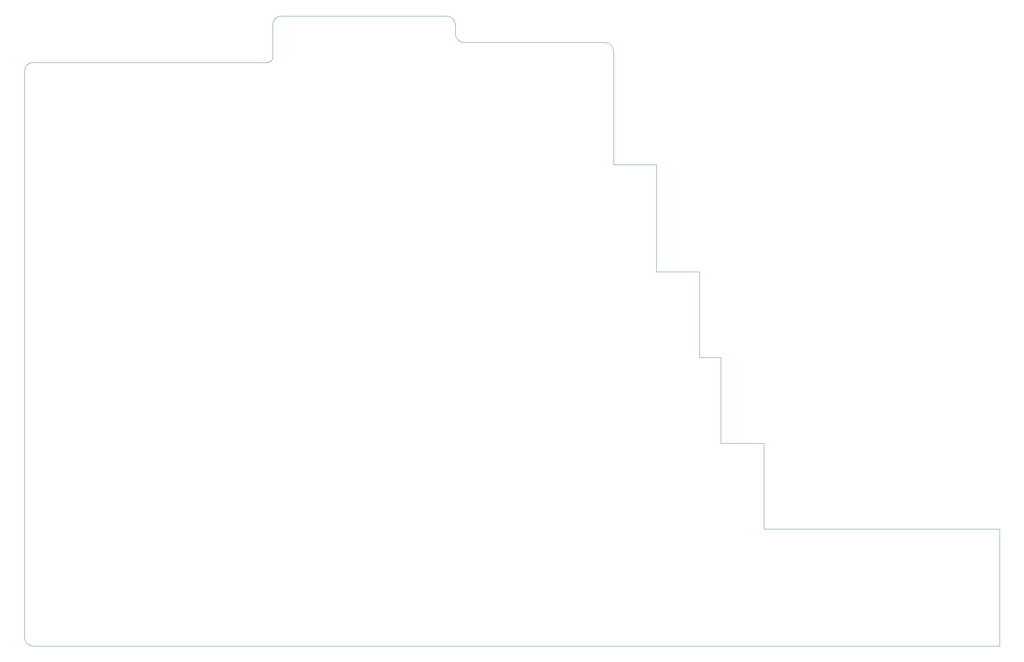
<source format=gbr>
%TF.GenerationSoftware,KiCad,Pcbnew,8.0.4*%
%TF.CreationDate,2024-10-18T15:07:03-05:00*%
%TF.ProjectId,numlocked_shift,6e756d6c-6f63-46b6-9564-5f7368696674,rev?*%
%TF.SameCoordinates,Original*%
%TF.FileFunction,Profile,NP*%
%FSLAX46Y46*%
G04 Gerber Fmt 4.6, Leading zero omitted, Abs format (unit mm)*
G04 Created by KiCad (PCBNEW 8.0.4) date 2024-10-18 15:07:03*
%MOMM*%
%LPD*%
G01*
G04 APERTURE LIST*
%TA.AperFunction,Profile*%
%ADD10C,0.050000*%
%TD*%
G04 APERTURE END LIST*
D10*
X124100000Y-31300000D02*
X155229200Y-31300000D01*
X28460450Y-165400000D02*
X242954200Y-165400000D01*
X242954200Y-165400000D02*
X242954200Y-139366600D01*
X176279200Y-82216600D02*
X166754200Y-82216600D01*
X181041700Y-101266600D02*
X176279200Y-101266600D01*
X81549800Y-34710000D02*
G75*
G02*
X80549800Y-35710000I-1000000J0D01*
G01*
X124100000Y-31300000D02*
G75*
G02*
X122100000Y-29300000I-47600J1952400D01*
G01*
X26460450Y-163400000D02*
X26460450Y-37710000D01*
X190566700Y-120316600D02*
X181041700Y-120316600D01*
X81549800Y-29060000D02*
X81549800Y-34710000D01*
X155229200Y-31300000D02*
G75*
G02*
X157229200Y-33300000I47600J-1952400D01*
G01*
X83549800Y-25400000D02*
X120100000Y-25400000D01*
X166754200Y-58404100D02*
X157229200Y-58404100D01*
X120100000Y-25400000D02*
G75*
G02*
X122100000Y-27400000I47600J-1952400D01*
G01*
X81549800Y-27400000D02*
G75*
G02*
X83549800Y-25400000I1952400J47600D01*
G01*
X122100000Y-27400000D02*
X122100000Y-29300000D01*
X157229200Y-58404100D02*
X157229200Y-33300000D01*
X67379800Y-35710000D02*
X80549800Y-35710000D01*
X28460450Y-165400000D02*
G75*
G02*
X26460500Y-163400000I-50J1999900D01*
G01*
X190566700Y-120316600D02*
X190566700Y-139366600D01*
X67379800Y-35710000D02*
X28460450Y-35710000D01*
X181041700Y-120316600D02*
X181041700Y-101266600D01*
X166754200Y-82216600D02*
X166754200Y-58404100D01*
X242954200Y-139366600D02*
X190566700Y-139366600D01*
X176279200Y-101266600D02*
X176279200Y-82216600D01*
X81549800Y-27400000D02*
X81549800Y-29060000D01*
X26460450Y-37710000D02*
G75*
G02*
X28460450Y-35710000I1952350J47650D01*
G01*
M02*

</source>
